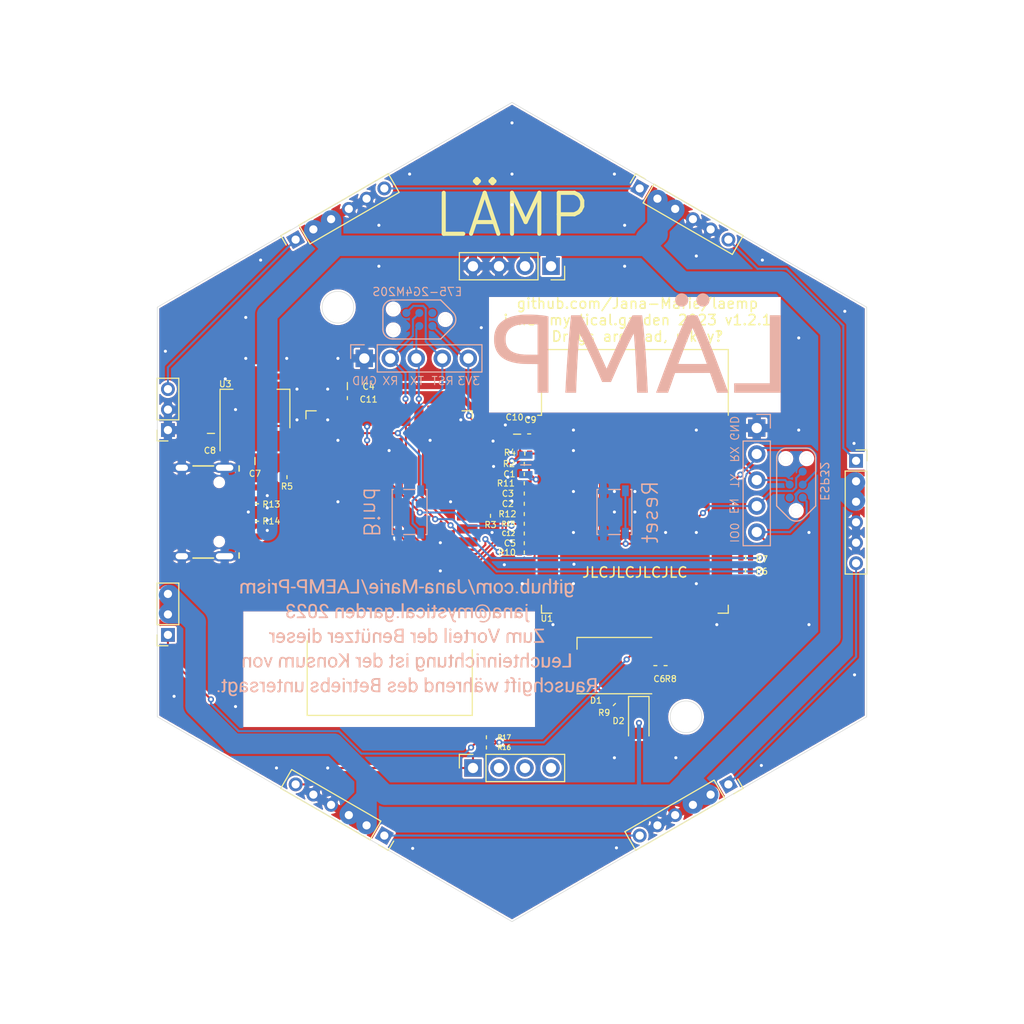
<source format=kicad_pcb>
(kicad_pcb (version 20211014) (generator pcbnew)
  (layers (0 "F.Cu" signal) (31 "B.Cu" signal) (34 "B.Paste" user) (35 "F.Paste" user) (36 "B.SilkS" user "B.Silkscreen") (37 "F.SilkS" user "F.Silkscreen") (38 "B.Mask" user) (39 "F.Mask" user) (44 "Edge.Cuts" user))
  (net 0 "")
  (net 1 "GND")
  (net 2 "Net-(C1-Pad1)")
  (net 3 "Net-(C2-Pad1)")
  (net 4 "Net-(C3-Pad1)")
  (net 5 "+3V3")
  (net 6 "Net-(C5-Pad1)")
  (net 7 "VBUS")
  (net 8 "SK6812")
  (net 9 "Net-(D1-Pad2)")
  (net 10 "ESP_IO0")
  (net 11 "ESP_EN")
  (net 12 "ESP_TX")
  (net 13 "ESP_RX")
  (net 14 "Net-(J2-Pad5)")
  (net 15 "E75_RST")
  (net 16 "E75_TX")
  (net 17 "E75_RX")
  (net 18 "Net-(J3-PadB5)")
  (net 22 "Net-(J3-PadA5)")
  (net 26 "Net-(R6-Pad1)")
  (net 27 "Net-(R7-Pad1)")
  (net 29 "PWM_R")
  (net 30 "PWM_G")
  (net 31 "PWM_B")
  (net 34 "ESP_BTN")
  (net 57 "PWM_1")
  (net 70 "D_P0_P1")
  (net 71 "D_P1_P2")
  (net 72 "D_P2_P3")
  (net 73 "D_P3_P4")
  (net 74 "D_P4_P5")
  (net 75 "DOUT")
  (net 79 "Net-(C12-Pad1)")
  (net 81 "Net-(C6-Pad2)")
  (net 82 "Net-(R8-Pad2)")
  (net 83 "Net-(D1-Pad4)")
  (footprint "otter:C_0402" (layer "F.Cu") (at 101.2 96.3 180)
    (fp_text reference "C1")
    (fp_text value "100n" hide)
  )
  (footprint "otter:C_0402" (layer "F.Cu") (at 101.2 99.2 180)
    (fp_text reference "C2")
    (fp_text value "100n" hide)
  )
  (footprint "otter:C_0402" (layer "F.Cu") (at 101.2 98.2 180)
    (fp_text reference "C3")
    (fp_text value "100n" hide)
  )
  (footprint "otter:C_0603" (layer "F.Cu") (at 83.925 87.7 180)
    (fp_text reference "C4")
    (fp_text value "10u" hide)
  )
  (footprint "otter:C_0402" (layer "F.Cu") (at 101.2 103.05 180)
    (fp_text reference "C5")
    (fp_text value "100n" hide)
  )
  (footprint "otter:C_0402" (layer "F.Cu") (at 114 115 -90)
    (fp_text reference "C6")
    (fp_text value "100n" hide)
  )
  (footprint "otter:C_0603" (layer "F.Cu") (at 74.9 95.025 180)
    (fp_text reference "C7")
    (fp_text value "10u" hide)
  )
  (footprint "otter:C_0603" (layer "F.Cu") (at 70.6 92.325 -90)
    (fp_text reference "C8")
    (fp_text value "10u" hide)
  )
  (footprint "LED_SMD:LED_SK6812_PLCC4_5.0x5.0mm_P3.2mm" (layer "F.Cu") (at 110 115 180)
    (fp_text reference "D1")
    (fp_text value "SK6812")
  )
  (footprint "otter:USB-C 16Pin" (layer "F.Cu") (at 72.85 100 -90)
    (fp_text reference "J3" hide)
    (fp_text value "USB_C")
  )
  (footprint "otter:R_0402" (layer "F.Cu") (at 101.2 95.3)
    (fp_text reference "R2")
    (fp_text value "100k" hide)
  )
  (footprint "otter:R_0402" (layer "F.Cu") (at 97.9 100.375 180)
    (fp_text reference "R3")
    (fp_text value "5k1" hide)
  )
  (footprint "otter:R_0402" (layer "F.Cu") (at 101.25 94.3)
    (fp_text reference "R4")
    (fp_text value "5k1" hide)
  )
  (footprint "otter:R_0402" (layer "F.Cu") (at 78.025 96.6)
    (fp_text reference "R5")
    (fp_text value "5k1" hide)
  )
  (footprint "otter:R_0402" (layer "F.Cu") (at 122.8 105.75)
    (fp_text reference "R6")
    (fp_text value "5k1" hide)
  )
  (footprint "otter:R_0402" (layer "F.Cu") (at 122.825 104.45)
    (fp_text reference "R7")
    (fp_text value "5k1" hide)
  )
  (footprint "otter:R_0402" (layer "F.Cu") (at 115 115 -90)
    (fp_text reference "R8")
    (fp_text value "100k" hide)
  )
  (footprint "otter:R_0402" (layer "F.Cu") (at 110 118.8 -45)
    (fp_text reference "R9")
    (fp_text value "20" hide)
  )
  (footprint "otter:R_0402" (layer "F.Cu") (at 101.2 103.95 180)
    (fp_text reference "R10")
    (fp_text value "100k" hide)
  )
  (footprint "otter:R_0402" (layer "F.Cu") (at 101.2 97.2 180)
    (fp_text reference "R11")
    (fp_text value "100k" hide)
  )
  (footprint "otter:R_0402" (layer "F.Cu") (at 101.2 100.2 180)
    (fp_text reference "R12")
    (fp_text value "100k" hide)
  )
  (footprint "otter:R_0402" (layer "F.Cu") (at 75.1 99.2 -90)
    (fp_text reference "R13")
    (fp_text value "5k1" hide)
  )
  (footprint "otter:R_0402" (layer "F.Cu") (at 75.1 100.9 90)
    (fp_text reference "R14")
    (fp_text value "5k1" hide)
  )
  (footprint "RF_Module:ESP32-WROOM-32" (layer "F.Cu") (at 112 100)
    (fp_text reference "U1")
    (fp_text value "ESP32-WROOM-32")
  )
  (footprint "otter:E75-2G4M10S" (layer "F.Cu") (at 88 100 180)
    (fp_text reference "U2" hide)
    (fp_text value "E75-2G4M20S")
  )
  (footprint "Package_TO_SOT_SMD:SOT-223-3_TabPin2" (layer "F.Cu") (at 74.9 89.925 90)
    (fp_text reference "U3")
    (fp_text value "AMS1117-3.3")
  )
  (footprint "otter:C_0402" (layer "F.Cu") (at 101.675 92.375 90)
    (fp_text reference "C9")
    (fp_text value "100n" hide)
  )
  (footprint "otter:C_0603" (layer "F.Cu") (at 100.5 92.4 90)
    (fp_text reference "C10")
    (fp_text value "10u" hide)
  )
  (footprint "otter:C_0402" (layer "F.Cu") (at 83.925 88.875 180)
    (fp_text reference "C11")
    (fp_text value "100n" hide)
  )
  (footprint "otter:PinSocket_1x03_P2.00mm_Vertical" (layer "F.Cu") (at 66.4 110 180)
    (fp_text reference "J4" hide)
    (fp_text value "PANEL0")
  )
  (footprint "otter:PinSocket_1x03_P2.00mm_Vertical" (layer "F.Cu") (at 66.4 90 180)
    (fp_text reference "J5" hide)
    (fp_text value "PANEL0")
  )
  (footprint "otter:PinSocket_1x06_P2.00mm_Vertical_center" (layer "F.Cu") (at 83.2 70.9 120)
    (fp_text reference "J6" hide)
    (fp_text value "PANEL1")
  )
  (footprint "otter:PinSocket_1x06_P2.00mm_Vertical_center" (layer "F.Cu") (at 116.8 70.9 60)
    (fp_text reference "J7" hide)
    (fp_text value "PANEL2")
  )
  (footprint "otter:PinSocket_1x06_P2.00mm_Vertical_center" (layer "F.Cu") (at 133.6 100)
    (fp_text reference "J8" hide)
    (fp_text value "PANEL3")
  )
  (footprint "otter:PinSocket_1x06_P2.00mm_Vertical_center" (layer "F.Cu") (at 116.8 129.1 -60)
    (fp_text reference "J9" hide)
    (fp_text value "PANEL4")
  )
  (footprint "otter:PinSocket_1x06_P2.00mm_Vertical_center" (layer "F.Cu") (at 83.2 129.1 -120)
    (fp_text reference "J10" hide)
    (fp_text value "PANEL5")
  )
  (footprint "otter:PinSocket_1x04_P2.54mm_Vertical_center" (layer "F.Cu") (at 100 76 -90)
    (fp_text reference "J11" hide)
    (fp_text value "LED_HEX0")
  )
  (footprint "otter:PinSocket_1x04_P2.54mm_Vertical_center" (layer "F.Cu") (at 100 125 90)
    (fp_text reference "J12" hide)
    (fp_text value "LED_HEX1")
  )
  (footprint "otter:C_0402" (layer "F.Cu") (at 101.2 102.1 180)
    (fp_text reference "C12")
    (fp_text value "100n" hide)
  )
  (footprint "otter:R_0402" (layer "F.Cu") (at 101.2 101.15 180)
    (fp_text reference "R15")
    (fp_text value "100k" hide)
  )
  (footprint "otter:R_0402" (layer "F.Cu") (at 97.5 123)
    (fp_text reference "R16")
    (fp_text value "DNP" hide)
  )
  (footprint "otter:R_0402" (layer "F.Cu") (at 97.5 122)
    (fp_text reference "R17")
    (fp_text value "20" hide)
  )
  (footprint "Diode_SMD:D_SOD-123F" (layer "F.Cu") (at 112.38 120.2175 -90)
    (fp_text reference "D2")
    (fp_text value "D_Small")
  )
  (footprint "Connector_PinHeader_2.54mm:PinHeader_1x05_P2.54mm_Vertical" (layer "B.Cu") (at 123.9 91.8 180)
    (fp_text reference "J1" hide)
    (fp_text value "ESP_proc")
  )
  (footprint "Connector_PinHeader_2.54mm:PinHeader_1x05_P2.54mm_Vertical" (layer "B.Cu") (at 85.575 85 -90)
    (fp_text reference "J2" hide)
    (fp_text value "E75_proc")
  )
  (footprint "otter:TC2030" (layer "B.Cu") (at 127.75 97.325 90)
    (fp_text reference "P1" hide)
    (fp_text value "TC2030-ESP" hide)
  )
  (footprint "otter:TC2030" (layer "B.Cu") (at 90.95 81.2 180)
    (fp_text reference "P2" hide)
    (fp_text value "TC2030-E75" hide)
  )
  (footprint "otter:R_0805" (layer "B.Cu") (at 101.35 95.4 -90)
    (fp_text reference "R1" hide)
    (fp_text value "R_PHOTO" hide)
  )
  (footprint "Button_Switch_SMD:SW_SPST_PTS810" (layer "B.Cu") (at 110 100 -90)
    (fp_text reference "SW1" hide)
    (fp_text value "RST")
  )
  (footprint "Button_Switch_SMD:SW_SPST_PTS810" (layer "B.Cu") (at 90 100 -90)
    (fp_text reference "SW2" hide)
    (fp_text value "BIND")
  )
  (footprint "otter:laemp_laemp" (layer "B.Cu") (at 112.25 83.5 180)
    (fp_text reference "G***" hide)
    (fp_text value "LOGO" hide)
  )
  (footprint "otter:laemp_bottom_text" (layer "B.Cu") (at 89.75 112.25 180)
    (fp_text reference "G***" hide)
    (fp_text value "LOGO" hide)
  )
  (gr_line (start 100.000016 60) (end 65.359 80) (layer "Edge.Cuts") (width 0.05))
  (gr_circle (center 117 120) (end 118.55 120) (layer "Edge.Cuts") (width 0.05) (fill none))
  (gr_circle (center 83 80) (end 84.55 80) (layer "Edge.Cuts") (width 0.05) (fill none))
  (gr_line (start 65.359 80) (end 65.359 120) (layer "Edge.Cuts") (width 0.05))
  (gr_line (start 100.000016 140) (end 134.641032 120) (layer "Edge.Cuts") (width 0.05))
  (gr_line (start 65.359 120) (end 100.000016 140) (layer "Edge.Cuts") (width 0.05))
  (gr_line (start 134.641032 120) (end 134.641032 80) (layer "Edge.Cuts") (width 0.05))
  (gr_line (start 134.641032 80) (end 100.000016 60) (layer "Edge.Cuts") (width 0.05))
  (gr_text "Reset" (at 113.5 100 90) (layer "B.SilkS") (effects (font (size 1.5 1.5)) (justify mirror)))
  (gr_text "IO0\n" (at 121.7 102.025 -90) (layer "B.SilkS") (effects (font (size 0.8 0.8) (thickness 0.1)) (justify mirror)))
  (gr_text "ESP32" (at 130.5 97 270) (layer "B.SilkS") (effects (font (size 0.8 0.8) (thickness 0.11)) (justify mirror)))
  (gr_text "RX" (at 121.7 94.375 -90) (layer "B.SilkS") (effects (font (size 0.8 0.8) (thickness 0.1)) (justify mirror)))
  (gr_text "GND" (at 85.6 87.2) (layer "B.SilkS") (effects (font (size 0.8 0.8) (thickness 0.1)) (justify mirror)))
  (gr_text "TX" (at 90.725 87.2) (layer "B.SilkS") (effects (font (size 0.8 0.8) (thickness 0.1)) (justify mirror)))
  (gr_text "Bind" (at 86.25 100 270) (layer "B.SilkS") (effects (font (size 1.5 1.5)) (justify mirror)))
  (gr_text "E75-2G4M20S" (at 90.75 78.5) (layer "B.SilkS") (effects (font (size 0.8 0.8) (thickness 0.11)) (justify mirror)))
  (gr_text "GND" (at 121.7 91.825 270) (layer "B.SilkS") (effects (font (size 0.8 0.8) (thickness 0.1)) (justify mirror)))
  (gr_text "3V3" (at 95.775 87.2) (layer "B.SilkS") (effects (font (size 0.8 0.8) (thickness 0.1)) (justify mirror)))
  (gr_text "RX" (at 88.125 87.2) (layer "B.SilkS") (effects (font (size 0.8 0.8) (thickness 0.1)) (justify mirror)))
  (gr_text "EN\n" (at 121.65 99.425 -90) (layer "B.SilkS") (effects (font (size 0.8 0.8) (thickness 0.1)) (justify mirror)))
  (gr_text "RST" (at 93.225 87.2) (layer "B.SilkS") (effects (font (size 0.8 0.8) (thickness 0.1)) (justify mirror)))
  (gr_text "TX" (at 121.7 96.925 -90) (layer "B.SilkS") (effects (font (size 0.8 0.8) (thickness 0.1)) (justify mirror)))
  (gr_text "JLCJLCJLCJLC" (at 112 105.9) (layer "F.SilkS") (effects (font (size 1 1))))
  (gr_text "LÄMP" (at 100 71) (layer "F.SilkS") (effects (font (size 4 4) (thickness 0.4))))
  (gr_text "github.com/Jana-Marie/laemp\njana@mystical.garden 2023 v1.2.1\nDrugs are bad, mkay‽" (at 112.25 81.25) (layer "F.SilkS") (effects (font (size 1 1))))
  (segment (start 83.175 88.595) (end 83.455 88.875) (width 0.6) (layer "F.Cu") (net 1))
  (segment (start 83.301 90.602) (end 83.301 89.029) (width 0.6) (layer "F.Cu") (net 1))
  (segment (start 73 103.2) (end 73 103.405) (width 0.6) (layer "F.Cu") (net 1))
  (segment (start 100.73 95.3) (end 100.73 96.3) (width 0.2) (layer "F.Cu") (net 1))
  (segment (start 73 96.8) (end 73 96.595) (width 0.6) (layer "F.Cu") (net 1))
  (segment (start 100.5 91.65) (end 101.42 91.65) (width 0.6) (layer "F.Cu") (net 1))
  (segment (start 73 96.595) (end 72.085 95.68) (width 0.6) (layer "F.Cu") (net 1))
  (segment (start 83.175 87.7) (end 83.175 88.595) (width 0.6) (layer "F.Cu") (net 1))
  (segment (start 103.5 91.745) (end 101.835 91.745) (width 0.6) (layer "F.Cu") (net 1))
  (segment (start 101.42 91.65) (end 101.675 91.905) (width 0.6) (layer "F.Cu") (net 1))
  (segment (start 73 103.405) (end 72.085 104.32) (width 0.6) (layer "F.Cu") (net 1))
  (segment (start 101.835 91.745) (end 101.675 91.905) (width 0.6) (layer "F.Cu") (net 1))
  (segment (start 83.301 89.029) (end 83.455 88.875) (width 0.6) (layer "F.Cu") (net 1))
  (via (at 112 98) (size 0.6) (drill 0.3) (layers "F.Cu" "B.Cu") (net 1))
  (via (at 118 92) (size 0.6) (drill 0.3) (layers "F.Cu" "B.Cu") (net 1))
  (via (at 97 82) (size 0.6) (drill 0.3) (layers "F.Cu" "B.Cu") (net 1))
  (via (at 112 100) (size 0.6) (drill 0.3) (layers "F.Cu" "B.Cu") (net 1))
  (via (at 111 76) (size 0.6) (drill 0.3) (layers "F.Cu" "B.Cu") (net 1))
  (via (at 110.2 132.8) (size 0.6) (drill 0.3) (layers "F.Cu" "B.Cu") (net 1))
  (via (at 98.2 95.55) (size 0.6) (drill 0.3) (layers "F.Cu" "B.Cu") (net 1))
  (via (at 99.975 98.925) (size 0.6) (drill 0.3) (layers "F.Cu" "B.Cu") (net 1))
  (via (at 111 72) (size 0.6) (drill 0.3) (layers "F.Cu" "B.Cu") (net 1))
  (via (at 118 102) (size 0.6) (drill 0.3) (layers "F.Cu" "B.Cu") (net 1))
  (via (at 129 102) (size 0.6) (drill 0.3) (layers "F.Cu" "B.Cu") (net 1))
  (via (at 132.5 80.4) (size 0.6) (drill 0.3) (layers "F.Cu" "B.Cu") (net 1))
  (via (at 82 125) (size 0.6) (drill 0.3) (layers "F.Cu" "B.Cu") (net 1))
  (via (at 79 88) (size 0.6) (drill 0.3) (layers "F.Cu" "B.Cu") (net 1))
  (via (at 99.875 94.175) (size 0.6) (drill 0.3) (layers "F.Cu" "B.Cu") (net 1))
  (via (at 110 100) (size 0.6) (drill 0.3) (layers "F.Cu" "B.Cu") (net 1))
  (via (at 110 124) (size 0.6) (drill 0.3) (layers "F.Cu" "B.Cu") (net 1))
  (via (at 82 91) (size 0.6) (drill 0.3) (layers "F.Cu" "B.Cu") (net 1))
  (via (at 99.6 96.6) (size 0.6) (drill 0.3) (layers "F.Cu" "B.Cu") (net 1))
  (via (at 99.25 105.15) (size 0.6) (drill 0.3) (layers "F.Cu" "B.Cu") (net 1))
  (via (at 79 91) (size 0.6) (drill 0.3) (layers "F.Cu" "B.Cu") (net 1))
  (via (at 110 98) (size 0.6) (drill 0.3) (layers "F.Cu" "B.Cu") (net 1))
  (via (at 67 118) (size 0.6) (drill 0.3) (layers "F.Cu" "B.Cu") (net 1))
  (via (at 99.9 102.825) (size 0.6) (drill 0.3) (layers "F.Cu" "B.Cu") (net 1))
  (via (at 78 85) (size 0.6) (drill 0.3) (layers "F.Cu" "B.Cu") (net 1))
  (via (at 100 67) (size 0.6) (drill 0.3) (layers "F.Cu" "B.Cu") (net 1))
  (via (at 90.3 132.85) (size 0.6) (drill 0.3) (layers "F.Cu" "B.Cu") (net 1))
  (via (at 77 125) (size 0.6) (drill 0.3) (layers "F.Cu" "B.Cu") (net 1))
  (via (at 120 111) (size 0.6) (drill 0.3) (layers "F.Cu" "B.Cu") (net 1))
  (via (at 73 90) (size 0.6) (drill 0.3) (layers "F.Cu" "B.Cu") (net 1))
  (via (at 133.4 93.3) (size 0.6) (drill 0.3) (layers "F.Cu" "B.Cu") (net 1))
  (via (at 106 94) (size 0.6) (drill 0.3) (layers "F.Cu" "B.Cu") (net 1))
  (via (at 66.15 84.3) (size 0.6) (drill 0.3) (layers "F.Cu" "B.Cu") (net 1))
  (via (at 75.45 75.4) (size 0.6) (drill 0.3) (layers "F.Cu" "B.Cu") (net 1))
  (via (at 82 88) (size 0.6) (drill 0.3) (layers "F.Cu" "B.Cu") (net 1))
  (via (at 110 67) (size 0.6) (drill 0.3) (layers "F.Cu" "B.Cu") (net 1))
  (via (at 93 105.75) (size 0.6) (drill 0.3) (layers "F.Cu" "B.Cu") (net 1))
  (via (at 124.45 75.4) (size 0.6) (drill 0.3) (layers "F.Cu" "B.Cu") (net 1))
  (via (at 93 103) (size 0.6) (drill 0.3) (layers "F.Cu" "B.Cu") (net 1))
  (via (at 83 85) (size 0.6) (drill 0.3) (layers "F.Cu" "B.Cu") (net 1))
  (via (at 94 99) (size 0.6) (drill 0.3) (layers "F.Cu" "B.Cu") (net 1))
  (via (at 104 111) (size 0.6) (drill 0.3) (layers "F.Cu" "B.Cu") (net 1))
  (via (at 90 67) (size 0.6) (drill 0.3) (layers "F.Cu" "B.Cu") (net 1))
  (via (at 87 72) (size 0.6) (drill 0.3) (layers "F.Cu" "B.Cu") (net 1))
  (via (at 74 81) (size 0.6) (drill 0.3) (layers "F.Cu" "B.Cu") (net 1))
  (via (at 106 92) (size 0.6) (drill 0.3) (layers "F.Cu" "B.Cu") (net 1))
  (via (at 115 102) (size 0.6) (drill 0.3) (layers "F.Cu" "B.Cu") (net 1))
  (via (at 99.35 91.5) (size 0.6) (drill 0.3) (layers "F.Cu" "B.Cu") (net 1))
  (via (at 74.25 100) (size 0.6) (drill 0.3) (layers "F.Cu" "B.Cu") (net 1))
  (via (at 98.15 93.075) (size 0.6) (drill 0.3) (layers "F.Cu" "B.Cu") (net 1))
  (via (at 106 102) (size 0.6) (drill 0.3) (layers "F.Cu" "B.Cu") (net 1))
  (via (at 88 94) (size 0.6) (drill 0.3) (layers "F.Cu" "B.Cu") (net 1))
  (via (at 118 107) (size 0.6) (drill 0.3) (layers "F.Cu" "B.Cu") (net 1))
  (via (at 73 119) (size 0.6) (drill 0.3) (layers "F.Cu" "B.Cu") (net 1))
  (via (at 124.35 124.75) (size 0.6) (drill 0.3) (layers "F.Cu" "B.Cu") (net 1))
  (via (at 95 91) (size 0.6) (drill 0.3) (layers "F.Cu" "B.Cu") (net 1))
  (via (at 83 99) (size 0.6) (drill 0.3) (layers "F.Cu" "B.Cu") (net 1))
  (via (at 106 107) (size 0.6) (drill 0.3) (layers "F.Cu" "B.Cu") (net 1))
  (via (at 101.625 90.775) (size 0.6) (drill 0.3) (layers "F.Cu" "B.Cu") (net 1))
  (via (at 72 87) (size 0.6) (drill 0.3) (layers "F.Cu" "B.Cu") (net 1))
  (via (at 100 62) (size 0.6) (drill 0.3) (layers "F.Cu" "B.Cu") (net 1))
  (via (at 116 124) (size 0.6) (drill 0.3) (layers "F.Cu" "B.Cu") (net 1))
  (via (at 101 107) (size 0.6) (drill 0.3) (layers "F.Cu" "B.Cu") (net 1))
  (via (at 133.45 115.9) (size 0.6) (drill 0.3) (layers "F.Cu" "B.Cu") (net 1))
  (via (at 106.05 105.1) (size 0.6) (drill 0.3) (layers "F.Cu" "B.Cu") (net 1))
  (via (at 83 93) (size 0.6) (drill 0.3) (layers "F.Cu" "B.Cu") (net 1))
  (via (at 106 98) (size 0.6) (drill 0.3) (layers "F.Cu" "B.Cu") (net 1))
  (via (at 87 76) (size 0.6) (drill 0.3) (layers "F.Cu" "B.Cu") (net 1))
  (via (at 74 85) (size 0.6) (drill 0.3) (layers "F.Cu" "B.Cu") (net 1))
  (via (at 128 92) (size 0.6) (drill 0.3) (layers "F.Cu" "B.Cu") (net 1))
  (via (at 129 111) (size 0.6) (drill 0.3) (layers "F.Cu" "B.Cu") (net 1))
  (via (at 128 83) (size 0.6) (drill 0.3) (layers "F.Cu" "B.Cu") (net 1))
  (via (at 100 70) (size 0.6) (drill 0.3) (layers "F.Cu" "B.Cu") (net 1))
  (via (at 98.05 102) (size 0.6) (drill 0.3) (layers "F.Cu" "B.Cu") (net 1))
  (via (at 92 93) (size 0.6) (drill 0.3) (layers "F.Cu" "B.Cu") (net 1))
  (via (at 118 75) (size 0.6) (drill 0.3) (layers "F.Cu" "B.Cu") (net 1))
  (segment (start 98.8 75.93) (end 98.73 76) (width 1) (layer "B.Cu") (net 1))
  (segment (start 96.2 75.99) (end 96.19 76) (width 1) (layer "B.Cu") (net 1))
  (segment (start 101.67 95.3) (end 101.67 96.195) (width 0.2) (layer "F.Cu") (net 2))
  (segment (start 101.67 96.195) (end 102.3 96.825) (width 0.2) (layer "F.Cu") (net 2))
  (segment (start 102.3 96.825) (end 102.33124 96.825) (width 0.2) (layer "F.Cu") (net 2))
  (segment (start 102.33124 96.825) (end 102.338921 96.817319) (width 0.2) (layer "F.Cu") (net 2))
  (segment (start 102.3 96.825) (end 103.5 96.825) (width 0.2) (layer "F.Cu") (net 2))
  (via (at 102.338921 96.817319) (size 0.6) (drill 0.3) (layers "F.Cu" "B.Cu") (net 2))
  (segment (start 101.817319 96.817319) (end 101.35 96.35) (width 0.2) (layer "B.Cu") (net 2))
  (segment (start 102.338921 96.817319) (end 101.817319 96.817319) (width 0.2) (layer "B.Cu") (net 2))
  (segment (start 101.67 99.2) (end 101.67 100.2) (width 0.2) (layer "F.Cu") (net 3))
  (segment (start 103.5 99.365) (end 101.835 99.365) (width 0.2) (layer "F.Cu") (net 3))
  (segment (start 101.835 99.365) (end 101.67 99.2) (width 0.2) (layer "F.Cu") (net 3))
  (segment (start 101.67 98.2) (end 101.67 97.2) (width 0.2) (layer "F.Cu") (net 4))
  (segment (start 103.5 98.095) (end 101.775 98.095) (width 0.2) (layer "F.Cu") (net 4))
  (segment (start 101.775 98.095) (end 101.67 98.2) (width 0.2) (layer "F.Cu") (net 4))
  (segment (start 84 86.4) (end 84.675 87.075) (width 0.6) (layer "F.Cu") (net 5))
  (segment (start 84.675 87.075) (end 84.675 87.7) (width 0.6) (layer "F.Cu") (net 5))
  (segment (start 100.78 94.35) (end 100.129998 95.000002) (width 0.2) (layer "F.Cu") (net 5))
  (segment (start 70.6 91.575) (end 71.075 91.1) (width 0.8) (layer "F.Cu") (net 5))
  (segment (start 78.422989 95.677011) (end 78.422989 91.997989) (width 0.2) (layer "F.Cu") (net 5))
  (segment (start 74.9 86.775) (end 78.025 86.775) (width 0.6) (layer "F.Cu") (net 5))
  (segment (start 100.78 94.3) (end 100.78 93.43) (width 0.2) (layer "F.Cu") (net 5))
  (segment (start 74.3 91.1) (end 74.9 91.7) (width 1) (layer "F.Cu") (net 5))
  (segment (start 78.025 91.6) (end 74.9 91.6) (width 0.2) (layer "F.Cu") (net 5))
  (segment (start 74.9 86.775) (end 74.9 91.6) (width 2) (layer "F.Cu") (net 5))
  (segment (start 100.5 93.15) (end 101.37 93.15) (width 0.6) (layer "F.Cu") (net 5))
  (segment (start 77.555 96.6) (end 77.555 96.545) (width 0.2) (layer "F.Cu") (net 5))
  (segment (start 78.4 86.4) (end 84 86.4) (width 0.6) (layer "F.Cu") (net 5))
  (segment (start 100.78 93.43) (end 100.5 93.15) (width 0.2) (layer "F.Cu") (net 5))
  (segment (start 74.9 91.6) (end 74.9 93.075) (width 1) (layer "F.Cu") (net 5))
  (segment (start 84.675 87.7) (end 84.675 88.595) (width 0.6) (layer "F.Cu") (net 5))
  (segment (start 84.675 88.595) (end 84.395 88.875) (width 0.6) (layer "F.Cu") (net 5))
  (segment (start 101.37 93.15) (end 101.675 92.845) (width 0.6) (layer "F.Cu") (net 5))
  (segment (start 78.025 86.775) (end 78.4 86.4) (width 0.6) (layer "F.Cu") (net 5))
  (segment (start 100.129998 95.000002) (end 100 95.000002) (width 0.2) (layer "F.Cu") (net 5))
  (segment (start 74.9 91.7) (end 74.9 93.075) (width 1) (layer "F.Cu") (net 5))
  (segment (start 71.6 91.1) (end 74.3 91.1) (width 1) (layer "F.Cu") (net 5))
  (segment (start 98.37 96.630002) (end 99.700001 95.300001) (width 0.2) (layer "F.Cu") (net 5))
  (segment (start 100.78 94.3) (end 100.78 94.35) (width 0.2) (layer "F.Cu") (net 5))
  (segment (start 77.555 96.545) (end 78.422989 95.677011) (width 0.2) (layer "F.Cu") (net 5))
  (segment (start 103.5 93.015) (end 101.845 93.015) (width 0.6) (layer "F.Cu") (net 5))
  (segment (start 101.845 93.015) (end 101.675 92.845) (width 0.6) (layer "F.Cu") (net 5))
  (segment (start 84.571 90.602) (end 84.571 89.051) (width 0.6) (layer "F.Cu") (net 5))
  (segment (start 99.45 93.15) (end 94 87.7) (width 0.6) (layer "F.Cu") (net 5))
  (segment (start 71.075 91.1) (end 71.6 91.1) (width 0.8) (layer "F.Cu") (net 5))
  (segment (start 98.37 100.375) (end 98.37 96.630002) (width 0.2) (layer "F.Cu") (net 5))
  (segment (start 78.422989 91.997989) (end 78.025 91.6) (width 0.2) (layer "F.Cu") (net 5))
  (segment (start 84.571 89.051) (end 84.395 88.875) (width 0.6) (layer "F.Cu") (net 5))
  (segment (start 99.700001 95.300001) (end 100 95.000002) (width 0.2) (layer "F.Cu") (net 5))
  (segment (start 94 87.7) (end 84.675 87.7) (width 0.6) (layer "F.Cu") (net 5))
  (segment (start 100.5 93.15) (end 99.45 93.15) (width 0.6) (layer "F.Cu") (net 5))
  (via (at 100 95.000002) (size 0.6) (drill 0.3) (layers "F.Cu" "B.Cu") (net 5))
  (segment (start 100.424264 95.000002) (end 100 95.000002) (width 0.2) (layer "B.Cu") (net 5))
  (segment (start 101.162133 94.262133) (end 100.424264 95.000002) (width 0.2) (layer "B.Cu") (net 5))
  (segment (start 101.35 94.45) (end 101.162133 94.262133) (width 0.2) (layer "B.Cu") (net 5))
  (segment (start 101.67 103.95) (end 101.67 103.05) (width 0.2) (layer "F.Cu") (net 6))
  (segment (start 101.7 103.05) (end 101.67 103.05) (width 0.2) (layer "F.Cu") (net 6))
  (segment (start 102.845 101.905) (end 101.7 103.05) (width 0.2) (layer "F.Cu") (net 6))
  (segment (start 103.5 101.905) (end 102.845 101.905) (width 0.2) (layer "F.Cu") (net 6))
  (segment (start 76.1 98.4) (end 76.1 98.4) (width 0.6) (layer "F.Cu") (net 7))
  (segment (start 76.1 101.8) (end 76.1 101.8) (width 0.6) (layer "F.Cu") (net 7))
  (segment (start 76.1 100.8) (end 76.1 99.6) (width 0.6) (layer "F.Cu") (net 7))
  (segment (start 76.1 99.6) (end 76.1 98.4) (width 0.6) (layer "F.Cu") (net 7))
  (segment (start 75.5 102.4) (end 76.1 101.8) (width 0.6) (layer "F.Cu") (net 7))
  (segment (start 77.2 93.475) (end 75.65 95.025) (width 0.6) (layer "F.Cu") (net 7))
  (segment (start 75.65 95.025) (end 75.65 97.95) (width 0.6) (layer "F.Cu") (net 7))
  (segment (start 112.4 121.5975) (end 112.4 120.6) (width 0.4) (layer "F.Cu") (net 7))
  (segment (start 76.1 101.8) (end 76.1 100.8) (width 0.6) (layer "F.Cu") (net 7))
  (segment (start 76.1 98.4) (end 75.3 97.6) (width 0.6) (layer "F.Cu") (net 7))
  (segment (start 75.3 97.6) (end 73 97.6) (width 0.6) (layer "F.Cu") (net 7))
  (segment (start 77.2 93.075) (end 77.2 93.475) (width 0.6) (layer "F.Cu") (net 7))
  (segment (start 112.38 121.6175) (end 112.4 121.5975) (width 0.4) (layer "F.Cu") (net 7))
  (segment (start 75.65 97.95) (end 75.8 98.1) (width 0.6) (layer "F.Cu") (net 7))
  (segment (start 73 102.4) (end 75.5 102.4) (width 0.6) (layer "F.Cu") (net 7))
  (via (at 112.4 120.6) (size 0.6) (drill 0.3) (layers "F.Cu" "B.Cu") (net 7))
  (via (at 76.1 101.8) (size 0.6) (drill 0.3) (layers "F.Cu" "B.Cu") (net 7))
  (via (at 76.1 100.8) (size 0.6) (drill 0.3) (layers "F.Cu" "B.Cu") (net 7))
  (via (at 76.1 98.4) (size 0.6) (drill 0.3) (layers "F.Cu" "B.Cu") (net 7))
  (via (at 76.1 99.6) (size 0.6) (drill 0.3) (layers "F.Cu" "B.Cu") (net 7))
  (segment (start 72.791756 122.627011) (end 69.1 118.935255) (width 2) (layer "B.Cu") (net 7))
  (segment (start 114.201924 72.898076) (end 114.201924 69.529702) (width 2) (layer "B.Cu") (net 7))
  (segment (start 68.08899 109.88899) (end 66.51101 109.88899) (width 2) (layer "B.Cu") (net 7))
  (segment (start 131.1 97.7) (end 132.3 97.7) (width 2) (layer "B.Cu") (net 7))
  (segment (start 85.798076 126.201924) (end 85.798076 130.47028) (width 2) (layer "B.Cu") (net 7))
  (segment (start 69.1 118.935255) (end 69.1 110.7) (width 2) (layer "B.Cu") (net 7))
  (segment (start 112.4 127) (end 112.4 120.6) (width 0.4) (layer "B.Cu") (net 7))
  (segment (start 76.1 80.7) (end 82.8 74) (width 2) (layer "B.Cu") (net 7))
  (segment (start 96.4 74) (end 96.2 74.2) (width 1) (layer "B.Cu") (net 7))
  (segment (start 97 74) (end 96.4 74) (width 1) (layer "B.Cu") (net 7))
  (segment (start 126.3 77.5) (end 131.1 82.3) (width 2) (layer "B.Cu") (net 7))
  (segment (start 98.8 74) (end 113.1 74) (width 2) (layer "B.Cu") (net 7))
  (segment (start 69.1 110.9) (end 68.08899 109.88899) (width 2) (layer "B.Cu") (net 7))
  (segment (start 103.8098 74.0668) (end 103.8098 75.9968) (width 1) (layer "B.Cu") (net 7))
  (segment (start 86 127.666025) (end 84.148264 129.517761) (width 2) (layer "B.Cu") (net 7))
  (segment (start 131.1 97.7) (end 131.1 112.2) (width 2) (layer "B.Cu") (net 7))
  (segment (start 113.1 74) (end 114.201924 72.898076) (width 2) (layer "B.Cu") (net 7))
  (segment (start 113.1 74) (end 116.6 77.5) (width 2) (layer "B.Cu") (net 7))
  (segment (start 82.201924 74) (end 80.684163 72.482239) (width 2) (layer "B.Cu") (net 7))
  (segment (start 117.3 126) (end 117.3 126.1) (width 2) (layer "B.Cu") (net 7))
  (segment (start 113.1 73.233975) (end 115.851747 70.482228) (width 2) (layer "B.Cu") (net 7))
  (segment (start 86 126) (end 85.798076 126.201924) (width 2) (layer "B.Cu") (net 7))
  (segment (start 113 127.6) (end 112.4 127) (width 0.4) (layer "B.Cu") (net 7))
  (segment (start 131.1 112.2) (end 117.3 126) (width 2) (layer "B.Cu") (net 7))
  (segment (start 117.666025 126.366025) (end 117.666025 128.470299) (width 2) (layer "B.Cu") (net 7))
  (segment (start 131.1 97.7) (end 132.9 97.7) (width 2) (layer "B.Cu") (net 7))
  (segment (start 131.1 82.3) (end 131.1 97.7) (width 2) (layer "B.Cu") (net 7))
  (segment (start 132.9 97.7) (end 133.489022 97.110978) (width 2) (layer "B.Cu") (net 7))
  (segment (start 86 126) (end 86 127.666025) (width 2) (layer "B.Cu") (net 7))
  (segment (start 82.591757 122.627011) (end 72.791756 122.627011) (width 2) (layer "B.Cu") (net 7))
  (segment (start 117.3 126.1) (end 115.8 127.6) (width 2) (layer "B.Cu") (net 7))
  (segment (start 86 126) (end 85.964746 126) (width 2) (layer "B.Cu") (net 7))
  (segment (start 113.1 74) (end 113.1 73.233975) (width 2) (layer "B.Cu") (net 7))
  (segment (start 101.2698 74.2068) (end 101.2698 75.9968) (width 1) (layer "B.Cu") (net 7))
  (segment (start 82.333975 73.533975) (end 82.333975 71.52972) (width 2) (layer "B.Cu") (net 7))
  (segment (start 113 127.6) (end 87.6 127.6) (width 2) (layer "B.Cu") (net 7))
  (segment (start 82.8 74) (end 82.333975 73.533975) (width 2) (layer "B.Cu") (net 7))
  (segment (start 69.1 110.7) (end 66.51101 108.11101) (width 2) (layer "B.Cu") (net 7))
  (segment (start 85.964746 126) (end 82.591757 122.627011) (width 2) (layer "B.Cu") (net 7))
  (segment (start 76.1 101.8) (end 76.1 80.7) (width 2) (layer "B.Cu") (net 7))
  (segment (start 132.3 97.7) (end 133.489022 98.889022) (width 2) (layer "B.Cu") (net 7))
  (segment (start 117.3 126) (end 118.9 127.6) (width 2) (layer "B.Cu") (net 7))
  (segment (start 118.9 127.6) (end 119.173427 127.6) (width 2) (layer "B.Cu") (net 7))
  (segment (start 97 74) (end 98.8 74) (width 2) (layer "B.Cu") (net 7))
  (segment (start 117.3 126) (end 117.666025 126.366025) (width 2) (layer "B.Cu") (net 7))
  (segment (start 115.8 127.6) (end 113 127.6) (width 2) (layer "B.Cu") (net 7))
  (segment (start 82.8 74) (end 97 74) (width 2) (layer "B.Cu") (net 7))
  (segment (start 116.6 77.5) (end 126.3 77.5) (width 2) (layer "B.Cu") (net 7))
  (segment (start 82.8 74) (end 82.201924 74) (width 2) (layer "B.Cu") (net 7))
  (segment (start 87.6 127.6) (end 86 126) (width 2) (layer "B.Cu") (net 7))
  (segment (start 66.4 114.1) (end 66.4 112) (width 0.2) (layer "F.Cu") (net 8))
  (segment (start 97 122) (end 96 123) (width 0.2) (layer "F.Cu") (net 8))
  (segment (start 97.03 122) (end 97 122) (width 0.2) (layer "F.Cu") (net 8))
  (segment (start 70.6 118.3) (end 66.4 114.1) (width 0.2) (layer "F.Cu") (net 8))
  (via (at 70.6 118.3) (size 0.6) (drill 0.3) (layers "F.Cu" "B.Cu") (net 8))
  (via (at 96 123) (size 0.6) (drill 0.3) (layers "F.Cu" "B.Cu") (net 8))
  (segment (start 96 123) (end 95.4 123.6) (width 0.2) (layer "B.Cu") (net 8))
  (segment (start 95.15 123.6) (end 85.3 123.6) (width 0.2) (layer "B.Cu") (net 8))
  (segment (start 85.3 123.6) (end 83.1 121.4) (width 0.2) (layer "B.Cu") (net 8))
  (segment (start 83.1 121.4) (end 73.3 121.4) (width 0.2) (layer "B.Cu") (net 8))
  (segment (start 70.6 118.7) (end 70.6 118.3) (width 0.2) (layer "B.Cu") (net 8))
  (segment (start 73.3 121.4) (end 70.6 118.7) (width 0.2) (layer "B.Cu") (net 8))
  (segment (start 95.4 123.6) (end 95.15 123.6) (width 0.2) (layer "B.Cu") (net 8))
  (segment (start 107.8 116.6) (end 107.55 116.6) (width 0.2) (layer "F.Cu") (net 9))
  (segment (start 109.65 118.45) (end 107.8 116.6) (width 0.2) (layer "F.Cu") (net 9))
  (segment (start 125.1 103.16) (end 123.9 101.96) (width 0.2) (layer "F.Cu") (net 10))
  (segment (start 125.1 106.2) (end 125.1 103.16) (width 0.2) (layer "F.Cu") (net 10))
  (segment (start 120.5 108.255) (end 123.045 108.255) (width 0.2) (layer "F.Cu") (net 10))
  (segment (start 123.045 108.255) (end 125.1 106.2) (width 0.2) (layer "F.Cu") (net 10))
  (segment (start 128.777429 98.987429) (end 128.777429 100.322571) (width 0.2) (layer "B.Cu") (net 10))
  (segment (start 127.14 101.96) (end 123.9 101.96) (width 0.2) (layer "B.Cu") (net 10))
  (segment (start 128.777429 100.322571) (end 127.14 101.96) (width 0.2) (layer "B.Cu") (net 10))
  (segment (start 128.385 98.595) (end 128.777429 98.987429) (width 0.2) (layer "B.Cu") (net 10))
  (segment (start 101.72 94.3) (end 103.485 94.3) (width 0.2) (layer "F.Cu") (net 11))
  (segment (start 111.2 103.1) (end 111.1 103.1) (width 0.2) (layer "F.Cu") (net 11))
  (segment (start 103.485 94.3) (end 103.5 94.285) (width 0.2) (layer "F.Cu") (net 11))
  (segment (start 106.95 97.15) (end 106.95 102.3) (width 0.2) (layer "F.Cu") (net 11))
  (segment (start 115.6 103.1) (end 118.6 100.1) (width 0.2) (layer "F.Cu") (net 11))
  (segment (start 118.6 100.1) (end 118.65 100.1) (width 0.2) (layer "F.Cu") (net 11))
  (segment (start 107.75 103.1) (end 111.2 103.1) (width 0.2) (layer "F.Cu") (net 11))
  (segment (start 104.085 94.285) (end 106.95 97.15) (width 0.2) (layer "F.Cu") (net 11))
  (segment (start 106.95 102.3) (end 107.75 103.1) (width 0.2) (layer "F.Cu") (net 11))
  (segment (start 103.5 94.285) (end 104.085 94.285) (width 0.2) (layer "F.Cu") (net 11))
  (segment (start 111.1 103.1) (end 115.6 103.1) (width 0.2) (layer "F.Cu") (net 11))
  (via (at 118.65 100.1) (size 0.6) (drill 0.3) (layers "F.Cu" "B.Cu") (net 11))
  (via (at 111.1 103.1) (size 0.6) (drill 0.3) (layers "F.Cu" "B.Cu") (net 11))
  (segment (start 111.075 103.075) (end 111.1 103.1) (width 0.2) (layer "B.Cu") (net 11))
  (segment (start 111.075 97.925) (end 111.075 102.075) (width 0.2) (layer "B.Cu") (net 11))
  (segment (start 111.075 102.075) (end 111.075 103.075) (width 0.2) (layer "B.Cu") (net 11))
  (segment (start 125.37 97.95) (end 124.749999 98.570001) (width 0.2) (layer "B.Cu") (net 11))
  (segment (start 119.33 99.42) (end 118.65 100.1) (width 0.2) (layer "B.Cu") (net 11))
  (segment (start 128.385 96.055) (end 127.75 96.69) (width 0.2) (layer "B.Cu") (net 11))
  (segment (start 124.749999 98.570001) (end 123.9 99.42) (width 0.2) (layer "B.Cu") (net 11))
  (segment (start 127.75 96.69) (end 127.75 97.606759) (width 0.2) (layer "B.Cu") (net 11))
  (segment (start 127.406759 97.95) (end 125.37 97.95) (width 0.2) (layer "B.Cu") (net 11))
  (segment (start 127.75 97.606759) (end 127.406759 97.95) (width 0.2) (layer "B.Cu") (net 11))
  (segment (start 123.9 99.42) (end 119.33 99.42) (width 0.2) (layer "B.Cu") (net 11))
  (segment (start 120.5 95.555) (end 122.575 95.555) (width 0.2) (layer "F.Cu") (net 12))
  (segment (start 122.575 95.555) (end 123.9 96.88) (width 0.2) (layer "F.Cu") (net 12))
  (segment (start 127.115 97.325) (end 126.67 96.88) (width 0.2) (layer "B.Cu") (net 12))
  (segment (start 126.67 96.88) (end 123.9 96.88) (width 0.2) (layer "B.Cu") (net 12))
  (segment (start 120.5 96.825) (end 121.825 96.825) (width 0.2) (layer "F.Cu") (net 13))
  (segment (start 121.825 96.825) (end 122.3 96.35) (width 0.2) (layer "F.Cu") (net 13))
  (via (at 122.3 96.35) (size 0.6) (drill 0.3) (layers "F.Cu" "B.Cu") (net 13))
  (segment (start 123.9 94.75) (end 123.9 94.34) (width 0.2) (layer "B.Cu") (net 13))
  (segment (start 124.49 93.75) (end 123.9 94.34) (width 0.2) (layer "B.Cu") (net 13))
  (segment (start 128.385 97.325) (end 129.7 96.01) (width 0.2) (layer "B.Cu") (net 13))
  (segment (start 129.7 94.35) (end 129.1 93.75) (width 0.2) (layer "B.Cu") (net 13))
  (segment (start 129.7 96.01) (end 129.7 94.35) (width 0.2) (layer "B.Cu") (net 13))
  (segment (start 129.1 93.75) (end 124.49 93.75) (width 0.2) (layer "B.Cu") (net 13))
  (segment (start 122.3 96.35) (end 123.9 94.75) (width 0.2) (layer "B.Cu") (net 13))
  (segment (start 95.8 90.65) (end 95.8 90.6) (width 0.2) (layer "F.Cu") (net 14))
  (segment (start 97.43 100.375) (end 97.43 92.28) (width 0.2) (layer "F.Cu") (net 14))
  (segment (start 97.43 92.28) (end 95.8 90.65) (width 0.2) (layer "F.Cu") (net 14))
  (segment (start 97.43 100.375) (end 95.633 100.375) (width 0.2) (layer "F.Cu") (net 14))
  (segment (start 95.633 100.375) (end 95.627 100.381) (width 0.2) (layer "F.Cu") (net 14))
  (via (at 95.8 90.6) (size 0.6) (drill 0.3) (layers "F.Cu" "B.Cu") (net 14))
  (segment (start 95.735 90.535) (end 95.8 90.6) (width 0.2) (layer "B.Cu") (net 14))
  (segment (start 95.735 85) (end 95.735 90.535) (width 0.2) (layer "B.Cu") (net 14))
  (segment (start 95.385 85) (end 95.735 85) (width 0.2) (layer "B.Cu") (net 14))
  (segment (start 92.22 81.835) (end 95.385 85) (width 0.2) (layer "B.Cu") (net 14))
  (segment (start 79.220999 91.829001) (end 81.829001 91.829001) (width 0.2) (layer "F.Cu") (net 15))
  (segment (start 80.2615 96.6) (end 80.269 96.5925) (width 0.2) (layer "F.Cu") (net 15))
  (segment (start 78.495 96.555) (end 78.875 96.175) (width 0.2) (layer "F.Cu") (net 15))
  (segment (start 82.3 92.3) (end 88.85 92.3) (width 0.2) (layer "F.Cu") (net 15))
  (segment (start 78.495 96.6) (end 80.2615 96.6) (width 0.2) (layer "F.Cu") (net 15))
  (segment (start 81.829001 91.829001) (end 82.3 92.3) (width 0.2) (layer "F.Cu") (net 15))
  (segment (start 78.875 92.175) (end 79.220999 91.829001) (width 0.2) (layer "F.Cu") (net 15))
  (segment (start 78.875 96.175) (end 78.875 92.175) (width 0.2) (layer "F.Cu") (net 15))
  (segment (start 78.495 96.6) (end 78.495 96.555) (width 0.2) (layer "F.Cu") (net 15))
  (via (at 88.85 92.3) (size 0.6) (drill 0.3) (layers "F.Cu" "B.Cu") (net 15))
  (segment (start 91.575 80.125) (end 91.575 83.38) (width 0.2) (layer "B.Cu") (net 15))
  (segment (start 90.3 98.9) (end 91.075 98.125) (width 0.2) (layer "B.Cu") (net 15))
  (segment (start 91.075 98.125) (end 91.075 97.925) (width 0.2) (layer "B.Cu") (net 15))
  (segment (start 93.195 87.955) (end 93.195 85) (width 0.2) (layer "B.Cu") (net 15))
  (segment (start 90.3 101.1) (end 90.3 98.9) (width 0.2) (layer "B.Cu") (net 15))
  (segment (start 91.075 94.525) (end 88.85 92.3) (width 0.2) (layer "B.Cu") (net 15))
  (segment (start 91.075 97.925) (end 91.075 94.525) (width 0.2) (layer "B.Cu") (net 15))
  (segment (start 91.075 102.075) (end 91.075 101.875) (width 0.2) (layer "B.Cu") (net 15))
  (segment (start 91.325 79.875) (end 91.575 80.125) (width 0.2) (layer "B.Cu") (net 15))
  (segment (start 91.575 83.38) (end 93.195 85) (width 0.2) (layer "B.Cu") (net 15))
  (segment (start 91.075 101.875) (end 90.3 101.1) (width 0.2) (layer "B.Cu") (net 15))
  (segment (start 90.37 79.875) (end 91.325 79.875) (width 0.2) (layer "B.Cu") (net 15))
  (segment (start 88.85 92.3) (end 93.195 87.955) (width 0.2) (layer "B.Cu") (net 15))
  (segment (start 89.68 80.565) (end 90.37 79.875) (width 0.2) (layer "B.Cu") (net 15))
  (segment (start 123.32 105.8) (end 123.27 105.75) (width 0.2) (layer "F.Cu") (net 16))
  (segment (start 90.9095 98.2095) (end 94 101.3) (width 0.2) (layer "F.Cu") (net 16))
  (segment (start 90.9095 88.9595) (end 90.9 88.95) (width 0.2) (layer "F.Cu") (net 16))
  (segment (start 90.9095 90.6065) (end 90.9095 88.9595) (width 0.2) (layer "F.Cu") (net 16))
  (segment (start 90.9095 90.6065) (end 90.9095 98.2095) (width 0.2) (layer "F.Cu") (net 16))
  (segment (start 124.1 105.8) (end 123.32 105.8) (width 0.2) (layer "F.Cu") (net 16))
  (via (at 90.9 88.95) (size 0.6) (drill 0.3) (layers "F.Cu" "B.Cu") (net 16))
  (via (at 94 101.3) (size 0.6) (drill 0.3) (layers "F.Cu" "B.Cu") (net 16))
  (via (at 124.1 105.8) (size 0.6) (drill 0.3) (layers "F.Cu" "B.Cu") (net 16))
  (segment (start 90.655 82.13) (end 90.95 81.835) (width 0.2) (layer "B.Cu") (net 16))
  (segment (start 90.9 88.95) (end 90.9 85.245) (width 0.2) (layer "B.Cu") (net 16))
  (segment (start 94 101.3) (end 98.5 105.8) (width 0.2) (layer "B.Cu") (net 16))
  (segment (start 90.655 85) (end 90.655 82.13) (width 0.2) (layer "B.Cu") (net 16))
  (segment (start 90.9 85.245) (end 90.655 85) (width 0.2) (layer "B.Cu") (net 16))
  (segment (start 98.5 105.8) (end 124.1 105.8) (width 0.2) (layer "B.Cu") (net 16))
  (segment (start 124.2 104.5) (end 123.345 104.5) (width 0.2) (layer "F.Cu") (net 17))
  (segment (start 89.6395 90.6065) (end 89.6395 88.9895) (width 0.2) (layer "F.Cu") (net 17))
  (segment (start 89.6395 90.6065) (end 89.6395 97.8395) (width 0.2) (layer "F.Cu") (net 17))
  (segment (start 89.6395 88.9895) (end 89.6 88.95) (width 0.2) (layer "F.Cu") (net 17))
  (segment (start 89.6395 97.8395) (end 92.5 100.7) (width 0.2) (layer "F.Cu") (net 17))
  (segment (start 123.345 104.5) (end 123.295 104.45) (width 0.2) (layer "F.Cu") (net 17))
  (via (at 89.6 88.95) (size 0.6) (drill 0.3) (layers "F.Cu" "B.Cu") (net 17))
  (via (at 124.2 104.5) (size 0.6) (drill 0.3) (layers "F.Cu" "B.Cu") (net 17))
  (via (at 92.5 100.7) (size 0.6) (drill 0.3) (layers "F.Cu" "B.Cu") (net 17))
  (segment (start 90.325 81.19) (end 90.325 82.79) (width 0.2) (layer "B.Cu") (net 17))
  (segment (start 89.6 86.485) (end 88.115 85) (width 0.2) (layer "B.Cu") (net 17))
  (segment (start 94.2 100.7) (end 98 104.5) (width 0.2) (layer "B.Cu") (net 17))
  (segment (start 92.5 100.7) (end 94.2 100.7) (width 0.2) (layer "B.Cu") (net 17))
  (segment (start 88.964999 84.150001) (end 88.115 85) (width 0.2) (layer "B.Cu") (net 17))
  (segment (start 98 104.5) (end 124.2 104.5) (width 0.2) (layer "B.Cu") (net 17))
  (segment (start 90.325 82.79) (end 88.964999 84.150001) (width 0.2) (layer "B.Cu") (net 17))
  (segment (start 89.6 88.95) (end 89.6 86.485) (width 0.2) (layer "B.Cu") (net 17))
  (segment (start 90.95 80.565) (end 90.325 81.19) (width 0.2) (layer "B.Cu") (net 17))
  (segment (start 74.72 101.75) (end 75.1 101.37) (width 0.2) (layer "F.Cu") (net 18))
  (segment (start 73 101.75) (end 74.72 101.75) (width 0.2) (layer "F.Cu") (net 18))
  (segment (start 75.17 98.75) (end 75.175 98.745) (width 0.2) (layer "F.Cu") (net 22))
  (segment (start 73 98.75) (end 75.17 98.75) (width 0.2) (layer "F.Cu") (net 22))
  (segment (start 122.33 105.75) (end 120.535 105.75) (width 0.2) (layer "F.Cu") (net 26))
  (segment (start 120.535 105.75) (end 120.5 105.715) (width 0.2) (layer "F.Cu") (net 26))
  (segment (start 120.505 104.45) (end 120.5 104.445) (width 0.2) (layer "F.Cu") (net 27))
  (segment (start 122.355 104.45) (end 120.505 104.45) (width 0.2) (layer "F.Cu") (net 27))
  (segment (start 98.75 103.95) (end 98.7 103.9) (width 0.2) (layer "F.Cu") (net 29))
  (segment (start 80.819 92.7825) (end 80.269 92.7825) (width 0.2) (layer "F.Cu") (net 29))
  (segment (start 100.73 103.95) (end 98.75 103.95) (width 0.2) (layer "F.Cu") (net 29))
  (segment (start 97.4 103.2) (end 96.5 104.1) (width 0.2) (layer "F.Cu") (net 29))
  (segment (start 92.1365 104.1) (end 80.819 92.7825) (width 0.2) (layer "F.Cu") (net 29))
  (segment (start 96.5 104.1) (end 92.1365 104.1) (width 0.2) (layer "F.Cu") (net 29))
  (segment (start 97.4 102.65) (end 97.4 103.2) (width 0.2) (layer "F.Cu") (net 29))
  (via (at 98.7 103.9) (size 0.6) (drill 0.3) (layers "F.Cu" "B.Cu") (net 29))
  (via (at 97.4 102.65) (size 0.6) (drill 0.3) (layers "F.Cu" "B.Cu") (net 29))
  (segment (start 98.7 103.9) (end 98.65 103.9) (width 0.2) (layer "B.Cu") (net 29))
  (segment (start 98.65 103.9) (end 97.4 102.65) (width 0.2) (layer "B.Cu") (net 29))
  (segment (start 100.7 97.2) (end 99.072989 98.827011) (width 0.2) (layer "F.Cu") (net 30))
  (segment (start 96.710527 104.427011) (end 91.193511 104.427011) (width 0.2) (layer "F.Cu") (net 30))
  (segment (start 100.73 97.2) (end 100.7 97.2) (width 0.2) (layer "F.Cu") (net 30))
  (segment (start 80.819 94.0525) (end 80.269 94.0525) (width 0.2) (layer "F.Cu") (net 30))
  (segment (start 99.072989 98.827011) (end 99.072989 102.064549) (width 0.2) (layer "F.Cu") (net 30))
  (segment (start 91.193511 104.427011) (end 80.819 94.0525) (width 0.2) (layer "F.Cu") (net 30))
  (segment (start 99.072989 102.064549) (end 96.710527 104.427011) (width 0.2) (layer "F.Cu") (net 30))
  (segment (start 90.250522 104.754022) (end 80.819 95.3225) (width 0.2) (layer "F.Cu") (net 31))
  (segment (start 99.4 101.020036) (end 99.4 102.2) (width 0.2) (layer "F.Cu") (net 31))
  (segment (start 96.845978 104.754022) (end 90.250522 104.754022) (width 0.2) (layer "F.Cu") (net 31))
  (segment (start 100.220036 100.2) (end 99.4 101.020036) (width 0.2) (layer "F.Cu") (net 31))
  (segment (start 99.4 102.2) (end 96.845978 104.754022) (width 0.2) (layer "F.Cu") (net 31))
  (segment (start 100.73 100.2) (end 100.220036 100.2) (width 0.2) (layer "F.Cu") (net 31))
  (segment (start 80.819 95.3225) (end 80.269 95.3225) (width 0.2) (layer "F.Cu") (net 31))
  (segment (start 85.85 90.611) (end 85.841 90.602) (width 0.2) (layer "F.Cu") (net 57))
  (segment (start 91 100.05) (end 85.85 94.9) (width 0.2) (layer "F.Cu") (net 57))
  (segment (start 100.73 101.15) (end 100.15 101.15) (width 0.2) (layer "F.Cu") (net 57))
  (segment (start 85.85 94.9) (end 85.85 93) (width 0.2) (layer "F.Cu") (net 57))
  (segment (start 85.85 91.65) (end 85.85 90.611) (width 0.2) (layer "F.Cu") (net 57))
  (segment (start 100.15 101.15) (end 99.95 101.35) (width 0.2) (layer "F.Cu") (net 57))
  (via (at 91 100.05) (size 0.6) (drill 0.3) (layers "F.Cu" "B.Cu") (net 57))
  (via (at 85.85 91.65) (size 0.6) (drill 0.3) (layers "F.Cu" "B.Cu") (net 57))
  (via (at 99.95 101.35) (size 0.6) (drill 0.3) (layers "F.Cu" "B.Cu") (net 57))
  (via (at 85.85 93) (size 0.6) (drill 0.3) (layers "F.Cu" "B.Cu") (net 57))
  (segment (start 85.85 93) (end 85.85 91.65) (width 0.2) (layer "B.Cu") (net 57))
  (segment (start 95.7 101.35) (end 94.4 100.05) (width 0.2) (layer "B.Cu") (net 57))
  (segment (start 99.95 101.35) (end 95.7 101.35) (width 0.2) (layer "B.Cu") (net 57))
  (segment (start 94.4 100.05) (end 91 100.05) (width 0.2) (layer "B.Cu") (net 57))
  (segment (start 66.4 88) (end 66.4 85.869873) (width 0.2) (layer "B.Cu") (net 70))
  (segment (start 66.4 85.869873) (end 78.869873 73.4) (width 0.2) (layer "B.Cu") (net 70))
  (segment (start 87.530127 68.4) (end 112.469873 68.4) (width 0.2) (layer "B.Cu") (net 71))
  (segment (start 132.35 81.8) (end 132.35 93.75) (width 0.2) (layer "B.Cu") (net 72))
  (segment (start 132.35 93.75) (end 133.6 95) (width 0.2) (layer "B.Cu") (net 72))
  (segment (start 126.8 76.25) (end 132.35 81.8) (width 0.2) (layer "B.Cu") (net 72))
  (segment (start 121.130127 73.4) (end 123.980127 76.25) (width 0.2) (layer "B.Cu") (net 72))
  (segment (start 123.980127 76.25) (end 126.8 76.25) (width 0.2) (layer "B.Cu") (net 72))
  (segment (start 133.6 114.130127) (end 121.130127 126.6) (width 0.2) (layer "B.Cu") (net 73))
  (segment (start 133.6 105) (end 133.6 114.130127) (width 0.2) (layer "B.Cu") (net 73))
  (segment (start 112.469873 131.6) (end 87.530127 131.6) (width 0.2) (layer "B.Cu") (net 74))
  (segment (start 80.824467 125.6) (end 79.824467 126.6) (width 0.2) (layer "F.Cu") (net 75))
  (segment (start 96.19 125) (end 82.779962 125) (width 0.2) (layer "F.Cu") (net 75))
  (segment (start 82.779962 125) (end 82.179962 125.6) (width 0.2) (layer "F.Cu") (net 75))
  (segment (start 96.19 125) (end 96.19 123.84) (width 0.2) (layer "F.Cu") (net 75))
  (segment (start 82.179962 125.6) (end 80.824467 125.6) (width 0.2) (layer "F.Cu") (net 75))
  (segment (start 79.824467 126.6) (end 78.869873 126.6) (width 0.2) (layer "F.Cu") (net 75))
  (segment (start 96.19 123.84) (end 97.03 123) (width 0.2) (layer "F.Cu") (net 75))
  (segment (start 102.135 100.635) (end 101.67 101.1) (width 0.2) (layer "F.Cu") (net 79))
  (segment (start 101.67 101.1) (end 101.67 101.15) (width 0.2) (layer "F.Cu") (net 79))
  (segment (start 101.67 102.1) (end 101.67 101.15) (width 0.2) (layer "F.Cu") (net 79))
  (segment (start 103.5 100.635) (end 102.135 100.635) (width 0.2) (layer "F.Cu") (net 79))
  (segment (start 114 115.47) (end 112.38 117.09) (width 0.4) (layer "F.Cu") (net 81))
  (segment (start 112.38 117.09) (end 112.38 118.8175) (width 0.4) (layer "F.Cu") (net 81))
  (segment (start 113.2 119.8) (end 111 119.8) (width 0.2) (layer "F.Cu") (net 82))
  (segment (start 117.715 112.785) (end 115.03 115.47) (width 0.2) (layer "F.Cu") (net 82))
  (segment (start 111 119.8) (end 110.33234 119.13234) (width 0.2) (layer "F.Cu") (net 82))
  (segment (start 115 115.47) (end 115 118) (width 0.2) (layer "F.Cu") (net 82))
  (segment (start 115 118) (end 113.2 119.8) (width 0.2) (layer "F.Cu") (net 82))
  (segment (start 115.03 115.47) (end 115 115.47) (width 0.2) (layer "F.Cu") (net 82))
  (segment (start 117.715 109.255) (end 117.715 112.785) (width 0.2) (layer "F.Cu") (net 82))
  (segment (start 112.2 113.4) (end 111.2 114.4) (width 0.2) (layer "F.Cu") (net 83))
  (segment (start 98.47 122.5) (end 97.97 123) (width 0.2) (layer "F.Cu") (net 83))
  (segment (start 98.75 122.5) (end 98.47 122.5) (width 0.2) (layer "F.Cu") (net 83))
  (segment (start 111.2 114.4) (end 111.199994 114.4) (width 0.2) (layer "F.Cu") (net 83))
  (segment (start 98.47 122.5) (end 97.97 122) (width 0.2) (layer "F.Cu") (net 83))
  (segment (start 112.45 113.4) (end 112.2 113.4) (width 0.2) (layer "F.Cu") (net 83))
  (via (at 98.75 122.5) (size 0.6) (drill 0.3) (layers "F.Cu" "B.Cu") (net 83))
  (via (at 111.199994 114.4) (size 0.6) (drill 0.3) (layers "F.Cu" "B.Cu") (net 83))
  (segment (start 103.099994 122.5) (end 98.75 122.5) (width 0.2) (layer "B.Cu") (net 83))
  (segment (start 111.199994 114.4) (end 104.174997 121.424997) (width 0.2) (layer "B.Cu") (net 83))
  (segment (start 104.174997 121.424997) (end 103.099994 122.5) (width 0.2) (layer "B.Cu") (net 83))
  (zone (net 1) (net_name "GND") (layer "F.Cu") (connect_pads (clearance 0.2)) (min_thickness 0.127) (fill yes (thermal_gap 0.2) (thermal_bridge_width 0.8))
    (polygon (pts (xy 150 150) (xy 50 150) (xy 50 50) (xy 150 50)))
  )
  (zone (net 0) (net_name "") (layers F&B.Cu) (connect_pads (clearance 0)) (min_thickness 0.254)
    (keepout (tracks allowed) (vias allowed) (pads allowed) (copperpour not_allowed) (footprints allowed))
    (fill (thermal_gap 0.508) (thermal_bridge_width 0.508))
    (polygon (pts (xy 102.25 121) (xy 73.75 121) (xy 73.75 109.7) (xy 102.25 109.7)))
  )
  (zone (net 0) (net_name "") (layers F&B.Cu) (connect_pads (clearance 0)) (min_thickness 0.254)
    (keepout (tracks allowed) (vias allowed) (pads allowed) (copperpour not_allowed) (footprints allowed))
    (fill (thermal_gap 0.508) (thermal_bridge_width 0.508))
    (polygon (pts (xy 126.25 90.3) (xy 97.75 90.3) (xy 97.75 79) (xy 126.25 79)))
  )
  (zone (net 1) (net_name "GND") (layer "B.Cu") (connect_pads (clearance 0.2)) (min_thickness 0.127) (fill yes (thermal_gap 0.2) (thermal_bridge_width 0.8))
    (polygon (pts (xy 150 150) (xy 50 150) (xy 50 50) (xy 150 50)))
  )
)
</source>
